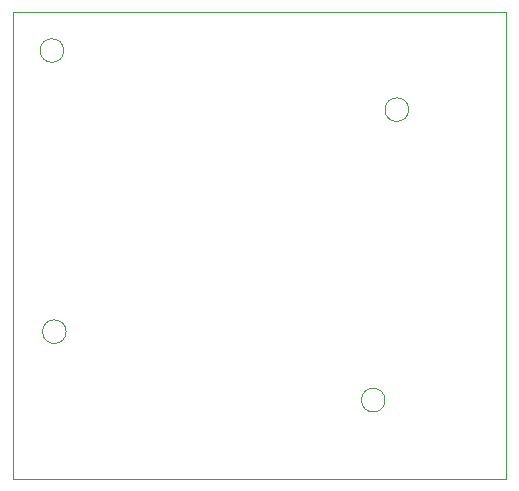
<source format=gm1>
G04 #@! TF.GenerationSoftware,KiCad,Pcbnew,(5.1.5)-3*
G04 #@! TF.CreationDate,2020-07-04T22:53:46-05:00*
G04 #@! TF.ProjectId,PikateaTPM,50696b61-7465-4615-9450-4d2e6b696361,rev?*
G04 #@! TF.SameCoordinates,Original*
G04 #@! TF.FileFunction,Profile,NP*
%FSLAX46Y46*%
G04 Gerber Fmt 4.6, Leading zero omitted, Abs format (unit mm)*
G04 Created by KiCad (PCBNEW (5.1.5)-3) date 2020-07-04 22:53:46*
%MOMM*%
%LPD*%
G04 APERTURE LIST*
%ADD10C,0.100000*%
G04 APERTURE END LIST*
D10*
X121000000Y-119800000D02*
G75*
G03X121000000Y-119800000I-1000000J0D01*
G01*
X150000000Y-101000000D02*
G75*
G03X150000000Y-101000000I-1000000J0D01*
G01*
X148000000Y-125600000D02*
G75*
G03X148000000Y-125600000I-1000000J0D01*
G01*
X120800000Y-96000000D02*
G75*
G03X120800000Y-96000000I-1000000J0D01*
G01*
X158250000Y-92750000D02*
X158250000Y-132250000D01*
X116500000Y-92750000D02*
X158250000Y-92750000D01*
X116500000Y-132250000D02*
X116500000Y-92750000D01*
X158250000Y-132250000D02*
X116500000Y-132250000D01*
M02*

</source>
